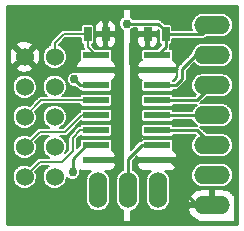
<source format=gtl>
G04 (created by PCBNEW-RS274X (2010-03-14)-final) date vie 11 nov 2011 19:20:16 ART*
G01*
G70*
G90*
%MOIN*%
G04 Gerber Fmt 3.4, Leading zero omitted, Abs format*
%FSLAX34Y34*%
G04 APERTURE LIST*
%ADD10C,0.000100*%
%ADD11C,0.015000*%
%ADD12R,0.086600X0.023600*%
%ADD13C,0.060000*%
%ADD14O,0.060000X0.120000*%
%ADD15O,0.120000X0.060000*%
%ADD16R,0.025000X0.045000*%
%ADD17C,0.029800*%
%ADD18C,0.006900*%
%ADD19C,0.010000*%
G04 APERTURE END LIST*
G54D10*
G54D11*
X67850Y-62400D02*
X67850Y-55200D01*
X75450Y-62400D02*
X67850Y-62400D01*
X75450Y-55200D02*
X75450Y-62400D01*
X67850Y-55200D02*
X75450Y-55200D01*
G54D12*
X70777Y-56800D03*
X70777Y-57300D03*
X70777Y-57800D03*
X70777Y-58300D03*
X70777Y-58800D03*
X70777Y-59300D03*
X70777Y-59800D03*
X70777Y-60300D03*
X72823Y-60300D03*
X72823Y-59800D03*
X72823Y-59300D03*
X72823Y-58800D03*
X72823Y-58300D03*
X72823Y-57800D03*
X72823Y-57300D03*
X72823Y-56800D03*
G54D13*
X69400Y-56850D03*
X68400Y-56850D03*
X69400Y-57850D03*
X68400Y-57850D03*
X69400Y-58850D03*
X68400Y-58850D03*
X69400Y-59850D03*
X68400Y-59850D03*
X69400Y-60850D03*
X68400Y-60850D03*
G54D14*
X72850Y-61300D03*
X71850Y-61300D03*
X70850Y-61300D03*
G54D15*
X74650Y-55800D03*
X74650Y-56800D03*
X74650Y-57800D03*
X74650Y-58800D03*
X74650Y-59800D03*
X74650Y-60800D03*
X74650Y-61800D03*
G54D16*
X73100Y-56100D03*
X72500Y-56100D03*
X71100Y-56100D03*
X70500Y-56100D03*
G54D17*
X73700Y-60750D03*
X72100Y-57300D03*
X70000Y-60700D03*
X70050Y-57600D03*
X71800Y-55750D03*
G54D18*
X71450Y-57300D02*
X71550Y-57400D01*
X71550Y-57400D02*
X71550Y-60050D01*
X70777Y-60300D02*
X71300Y-60300D01*
X71300Y-60300D02*
X71550Y-60050D01*
X71600Y-57100D02*
X71600Y-57150D01*
X71600Y-57150D02*
X71475Y-57275D01*
X71475Y-57275D02*
X71450Y-57300D01*
X71400Y-57300D02*
X71450Y-57300D01*
X70777Y-57300D02*
X68850Y-57300D01*
X68850Y-57300D02*
X68400Y-56850D01*
X71100Y-56100D02*
X71350Y-56100D01*
X71400Y-57300D02*
X70777Y-57300D01*
X71600Y-56350D02*
X71600Y-57100D01*
X71350Y-56100D02*
X71600Y-56350D01*
G54D19*
X72100Y-57300D02*
X72300Y-57300D01*
X72823Y-60300D02*
X73250Y-60300D01*
X73250Y-60300D02*
X73700Y-60750D01*
X74150Y-61800D02*
X74650Y-61800D01*
X73700Y-60750D02*
X73700Y-61350D01*
X73700Y-61350D02*
X74150Y-61800D01*
X72823Y-57300D02*
X72300Y-57300D01*
X72300Y-57300D02*
X72100Y-57300D01*
X72100Y-57300D02*
X72000Y-57200D01*
X72000Y-57200D02*
X71900Y-57100D01*
X71900Y-57100D02*
X71900Y-56400D01*
X71900Y-56400D02*
X72200Y-56100D01*
X72200Y-56100D02*
X72500Y-56100D01*
X72823Y-58300D02*
X74150Y-58300D01*
X74150Y-58300D02*
X74650Y-57800D01*
X72823Y-59300D02*
X74150Y-59300D01*
X74150Y-59300D02*
X74650Y-59800D01*
X72823Y-58800D02*
X74650Y-58800D01*
X74650Y-56800D02*
X74100Y-56800D01*
X73450Y-57800D02*
X72823Y-57800D01*
X73650Y-57600D02*
X73450Y-57800D01*
X73650Y-57250D02*
X73650Y-57600D01*
X74100Y-56800D02*
X73650Y-57250D01*
X70777Y-59800D02*
X70450Y-59800D01*
X70000Y-60250D02*
X70000Y-60700D01*
X70450Y-59800D02*
X70000Y-60250D01*
X72823Y-59800D02*
X72300Y-59800D01*
X71850Y-60250D02*
X71850Y-61300D01*
X72300Y-59800D02*
X71850Y-60250D01*
G54D18*
X70777Y-58800D02*
X70300Y-58800D01*
X68900Y-59350D02*
X68400Y-59850D01*
X69750Y-59350D02*
X68900Y-59350D01*
X70300Y-58800D02*
X69750Y-59350D01*
G54D19*
X70777Y-57800D02*
X70250Y-57800D01*
X70250Y-57800D02*
X70050Y-57600D01*
G54D18*
X70777Y-58300D02*
X68950Y-58300D01*
X68950Y-58300D02*
X68400Y-58850D01*
X70777Y-59300D02*
X70250Y-59300D01*
X68900Y-60350D02*
X68400Y-60850D01*
X69650Y-60350D02*
X68900Y-60350D01*
X70000Y-60000D02*
X69650Y-60350D01*
X70000Y-59550D02*
X70000Y-60000D01*
X70250Y-59300D02*
X70000Y-59550D01*
X70500Y-56100D02*
X70500Y-56523D01*
X70500Y-56523D02*
X70777Y-56800D01*
X69400Y-56850D02*
X69400Y-56400D01*
X69700Y-56100D02*
X70500Y-56100D01*
X69400Y-56400D02*
X69700Y-56100D01*
G54D19*
X73100Y-56100D02*
X73100Y-56000D01*
X72850Y-55750D02*
X71800Y-55750D01*
X73100Y-56000D02*
X72850Y-55750D01*
X73100Y-56100D02*
X74350Y-56100D01*
G54D18*
X74350Y-56100D02*
X74650Y-55800D01*
G54D19*
X73100Y-56100D02*
X73100Y-56523D01*
X73100Y-56523D02*
X72823Y-56800D01*
G54D18*
X67934Y-55284D02*
X71665Y-55284D01*
X67934Y-55340D02*
X71665Y-55340D01*
X67934Y-55396D02*
X71665Y-55396D01*
X67934Y-55452D02*
X71665Y-55452D01*
X67934Y-55508D02*
X71665Y-55508D01*
X67934Y-55564D02*
X71631Y-55564D01*
X67934Y-55620D02*
X71583Y-55620D01*
X67934Y-55676D02*
X70846Y-55676D01*
X71015Y-55676D02*
X71185Y-55676D01*
X71355Y-55676D02*
X71559Y-55676D01*
X67934Y-55732D02*
X70789Y-55732D01*
X71038Y-55732D02*
X71162Y-55732D01*
X71412Y-55732D02*
X71549Y-55732D01*
X67934Y-55788D02*
X70316Y-55788D01*
X70684Y-55788D02*
X70759Y-55788D01*
X71038Y-55788D02*
X71162Y-55788D01*
X71442Y-55788D02*
X71549Y-55788D01*
X67934Y-55844D02*
X70277Y-55844D01*
X70724Y-55844D02*
X70742Y-55844D01*
X71038Y-55844D02*
X71162Y-55844D01*
X71458Y-55844D02*
X71567Y-55844D01*
X67934Y-55900D02*
X70272Y-55900D01*
X70728Y-55900D02*
X70742Y-55900D01*
X71038Y-55900D02*
X71162Y-55900D01*
X71458Y-55900D02*
X71595Y-55900D01*
X67934Y-55956D02*
X70272Y-55956D01*
X70728Y-55956D02*
X70742Y-55956D01*
X71038Y-55956D02*
X71162Y-55956D01*
X71459Y-55956D02*
X71651Y-55956D01*
X67934Y-56012D02*
X69594Y-56012D01*
X70728Y-56012D02*
X70776Y-56012D01*
X71038Y-56012D02*
X71162Y-56012D01*
X71424Y-56012D02*
X71665Y-56012D01*
X67934Y-56068D02*
X69538Y-56068D01*
X70728Y-56068D02*
X71665Y-56068D01*
X67934Y-56124D02*
X69482Y-56124D01*
X70728Y-56124D02*
X71665Y-56124D01*
X67934Y-56180D02*
X69426Y-56180D01*
X70728Y-56180D02*
X70784Y-56180D01*
X71038Y-56180D02*
X71162Y-56180D01*
X71416Y-56180D02*
X71665Y-56180D01*
X67934Y-56236D02*
X69370Y-56236D01*
X70728Y-56236D02*
X70741Y-56236D01*
X71038Y-56236D02*
X71162Y-56236D01*
X71458Y-56236D02*
X71665Y-56236D01*
X67934Y-56292D02*
X69314Y-56292D01*
X69701Y-56292D02*
X70272Y-56292D01*
X70728Y-56292D02*
X70742Y-56292D01*
X71038Y-56292D02*
X71162Y-56292D01*
X71458Y-56292D02*
X71665Y-56292D01*
X67934Y-56348D02*
X68227Y-56348D01*
X68549Y-56348D02*
X69273Y-56348D01*
X69645Y-56348D02*
X70273Y-56348D01*
X70727Y-56348D02*
X70742Y-56348D01*
X71038Y-56348D02*
X71162Y-56348D01*
X71458Y-56348D02*
X71665Y-56348D01*
X67934Y-56404D02*
X68135Y-56404D01*
X68666Y-56404D02*
X69263Y-56404D01*
X69589Y-56404D02*
X70308Y-56404D01*
X70692Y-56404D02*
X70755Y-56404D01*
X71038Y-56404D02*
X71162Y-56404D01*
X71444Y-56404D02*
X71665Y-56404D01*
X67934Y-56460D02*
X68117Y-56460D01*
X68684Y-56460D02*
X69263Y-56460D01*
X69537Y-56460D02*
X70363Y-56460D01*
X70637Y-56460D02*
X70780Y-56460D01*
X71038Y-56460D02*
X71162Y-56460D01*
X71419Y-56460D02*
X71665Y-56460D01*
X67934Y-56516D02*
X68158Y-56516D01*
X68642Y-56516D02*
X69165Y-56516D01*
X69635Y-56516D02*
X70363Y-56516D01*
X70687Y-56516D02*
X70836Y-56516D01*
X71023Y-56516D02*
X71177Y-56516D01*
X71363Y-56516D02*
X71665Y-56516D01*
X67934Y-56572D02*
X67992Y-56572D01*
X68030Y-56572D02*
X68214Y-56572D01*
X68586Y-56572D02*
X68770Y-56572D01*
X68808Y-56572D02*
X69109Y-56572D01*
X69691Y-56572D02*
X70372Y-56572D01*
X70743Y-56572D02*
X71665Y-56572D01*
X68086Y-56628D02*
X68270Y-56628D01*
X68530Y-56628D02*
X68714Y-56628D01*
X68883Y-56628D02*
X69057Y-56628D01*
X69744Y-56628D02*
X70255Y-56628D01*
X71300Y-56628D02*
X71665Y-56628D01*
X68142Y-56684D02*
X68326Y-56684D01*
X68474Y-56684D02*
X68658Y-56684D01*
X68906Y-56684D02*
X69034Y-56684D01*
X69767Y-56684D02*
X70241Y-56684D01*
X71313Y-56684D02*
X71665Y-56684D01*
X68198Y-56740D02*
X68382Y-56740D01*
X68418Y-56740D02*
X68602Y-56740D01*
X68917Y-56740D02*
X69011Y-56740D01*
X69790Y-56740D02*
X70241Y-56740D01*
X71313Y-56740D02*
X71665Y-56740D01*
X68254Y-56796D02*
X68546Y-56796D01*
X68921Y-56796D02*
X68998Y-56796D01*
X69802Y-56796D02*
X70241Y-56796D01*
X71313Y-56796D02*
X71665Y-56796D01*
X68306Y-56852D02*
X68494Y-56852D01*
X68926Y-56852D02*
X68998Y-56852D01*
X69802Y-56852D02*
X70241Y-56852D01*
X71313Y-56852D02*
X71665Y-56852D01*
X68250Y-56908D02*
X68550Y-56908D01*
X68930Y-56908D02*
X68998Y-56908D01*
X69802Y-56908D02*
X70241Y-56908D01*
X71313Y-56908D02*
X71665Y-56908D01*
X68194Y-56964D02*
X68378Y-56964D01*
X68422Y-56964D02*
X68606Y-56964D01*
X68913Y-56964D02*
X69012Y-56964D01*
X69787Y-56964D02*
X70250Y-56964D01*
X71301Y-56964D02*
X71665Y-56964D01*
X68138Y-57020D02*
X68322Y-57020D01*
X68478Y-57020D02*
X68662Y-57020D01*
X68895Y-57020D02*
X69035Y-57020D01*
X69764Y-57020D02*
X70177Y-57020D01*
X71378Y-57020D02*
X71665Y-57020D01*
X68082Y-57076D02*
X68266Y-57076D01*
X68534Y-57076D02*
X68718Y-57076D01*
X68877Y-57076D02*
X69058Y-57076D01*
X69741Y-57076D02*
X70136Y-57076D01*
X71419Y-57076D02*
X71665Y-57076D01*
X67934Y-57132D02*
X68005Y-57132D01*
X68026Y-57132D02*
X68210Y-57132D01*
X68590Y-57132D02*
X68774Y-57132D01*
X68794Y-57132D02*
X69113Y-57132D01*
X69687Y-57132D02*
X70113Y-57132D01*
X71442Y-57132D02*
X71665Y-57132D01*
X67934Y-57188D02*
X68154Y-57188D01*
X68646Y-57188D02*
X69169Y-57188D01*
X69631Y-57188D02*
X70115Y-57188D01*
X71439Y-57188D02*
X71665Y-57188D01*
X67934Y-57244D02*
X68117Y-57244D01*
X68682Y-57244D02*
X69300Y-57244D01*
X69499Y-57244D02*
X71665Y-57244D01*
X67934Y-57300D02*
X68135Y-57300D01*
X68664Y-57300D02*
X71665Y-57300D01*
X67934Y-57356D02*
X68263Y-57356D01*
X68564Y-57356D02*
X69984Y-57356D01*
X70118Y-57356D02*
X71665Y-57356D01*
X67934Y-57412D02*
X69883Y-57412D01*
X71439Y-57412D02*
X71665Y-57412D01*
X67934Y-57468D02*
X68272Y-57468D01*
X68529Y-57468D02*
X69272Y-57468D01*
X69529Y-57468D02*
X69833Y-57468D01*
X71441Y-57468D02*
X71665Y-57468D01*
X67934Y-57524D02*
X68157Y-57524D01*
X68643Y-57524D02*
X69157Y-57524D01*
X69643Y-57524D02*
X69810Y-57524D01*
X71418Y-57524D02*
X71665Y-57524D01*
X67934Y-57580D02*
X68101Y-57580D01*
X68699Y-57580D02*
X69101Y-57580D01*
X69699Y-57580D02*
X69799Y-57580D01*
X71377Y-57580D02*
X71665Y-57580D01*
X67934Y-57636D02*
X68054Y-57636D01*
X68747Y-57636D02*
X69054Y-57636D01*
X69747Y-57636D02*
X69799Y-57636D01*
X71303Y-57636D02*
X71665Y-57636D01*
X67934Y-57692D02*
X68031Y-57692D01*
X68770Y-57692D02*
X69031Y-57692D01*
X69770Y-57692D02*
X69816Y-57692D01*
X71313Y-57692D02*
X71665Y-57692D01*
X67934Y-57748D02*
X68008Y-57748D01*
X68793Y-57748D02*
X69008Y-57748D01*
X69793Y-57748D02*
X69843Y-57748D01*
X71313Y-57748D02*
X71665Y-57748D01*
X67934Y-57804D02*
X67998Y-57804D01*
X68802Y-57804D02*
X68998Y-57804D01*
X69802Y-57804D02*
X69899Y-57804D01*
X71313Y-57804D02*
X71665Y-57804D01*
X67934Y-57860D02*
X67998Y-57860D01*
X68802Y-57860D02*
X68998Y-57860D01*
X69802Y-57860D02*
X70093Y-57860D01*
X71313Y-57860D02*
X71665Y-57860D01*
X67934Y-57916D02*
X67998Y-57916D01*
X68802Y-57916D02*
X68998Y-57916D01*
X69802Y-57916D02*
X70153Y-57916D01*
X71313Y-57916D02*
X71665Y-57916D01*
X67934Y-57972D02*
X68015Y-57972D01*
X68784Y-57972D02*
X69015Y-57972D01*
X69784Y-57972D02*
X70254Y-57972D01*
X71299Y-57972D02*
X71665Y-57972D01*
X67934Y-58028D02*
X68038Y-58028D01*
X68761Y-58028D02*
X69038Y-58028D01*
X69761Y-58028D02*
X71665Y-58028D01*
X67934Y-58084D02*
X68065Y-58084D01*
X68735Y-58084D02*
X69065Y-58084D01*
X69735Y-58084D02*
X70311Y-58084D01*
X71243Y-58084D02*
X71665Y-58084D01*
X67934Y-58140D02*
X68121Y-58140D01*
X68679Y-58140D02*
X69121Y-58140D01*
X69679Y-58140D02*
X70250Y-58140D01*
X71305Y-58140D02*
X71665Y-58140D01*
X67934Y-58196D02*
X68184Y-58196D01*
X68615Y-58196D02*
X68864Y-58196D01*
X71313Y-58196D02*
X71665Y-58196D01*
X67934Y-58252D02*
X68804Y-58252D01*
X71313Y-58252D02*
X71665Y-58252D01*
X67934Y-58308D02*
X68748Y-58308D01*
X71313Y-58308D02*
X71665Y-58308D01*
X67934Y-58364D02*
X68692Y-58364D01*
X71313Y-58364D02*
X71665Y-58364D01*
X67934Y-58420D02*
X68636Y-58420D01*
X71313Y-58420D02*
X71665Y-58420D01*
X67934Y-58476D02*
X68253Y-58476D01*
X68549Y-58476D02*
X68580Y-58476D01*
X68967Y-58476D02*
X69253Y-58476D01*
X69548Y-58476D02*
X70256Y-58476D01*
X71297Y-58476D02*
X71665Y-58476D01*
X67934Y-58532D02*
X68149Y-58532D01*
X68911Y-58532D02*
X69149Y-58532D01*
X69651Y-58532D02*
X71665Y-58532D01*
X67934Y-58588D02*
X68093Y-58588D01*
X68855Y-58588D02*
X69093Y-58588D01*
X69707Y-58588D02*
X70302Y-58588D01*
X71253Y-58588D02*
X71665Y-58588D01*
X67934Y-58644D02*
X68050Y-58644D01*
X68799Y-58644D02*
X69050Y-58644D01*
X69751Y-58644D02*
X70249Y-58644D01*
X71306Y-58644D02*
X71665Y-58644D01*
X67934Y-58700D02*
X68027Y-58700D01*
X68773Y-58700D02*
X69027Y-58700D01*
X69774Y-58700D02*
X70208Y-58700D01*
X71313Y-58700D02*
X71665Y-58700D01*
X67934Y-58756D02*
X68004Y-58756D01*
X68797Y-58756D02*
X69004Y-58756D01*
X69797Y-58756D02*
X70150Y-58756D01*
X71313Y-58756D02*
X71665Y-58756D01*
X67934Y-58812D02*
X67998Y-58812D01*
X68802Y-58812D02*
X68998Y-58812D01*
X69802Y-58812D02*
X70094Y-58812D01*
X71313Y-58812D02*
X71665Y-58812D01*
X67934Y-58868D02*
X67998Y-58868D01*
X68802Y-58868D02*
X68998Y-58868D01*
X69802Y-58868D02*
X70038Y-58868D01*
X71313Y-58868D02*
X71665Y-58868D01*
X67934Y-58924D02*
X67998Y-58924D01*
X68802Y-58924D02*
X68998Y-58924D01*
X69802Y-58924D02*
X69982Y-58924D01*
X71313Y-58924D02*
X71665Y-58924D01*
X67934Y-58980D02*
X68018Y-58980D01*
X68781Y-58980D02*
X69018Y-58980D01*
X69781Y-58980D02*
X69926Y-58980D01*
X71294Y-58980D02*
X71665Y-58980D01*
X67934Y-59036D02*
X68041Y-59036D01*
X68758Y-59036D02*
X69041Y-59036D01*
X69758Y-59036D02*
X69870Y-59036D01*
X70256Y-59036D02*
X71665Y-59036D01*
X67934Y-59092D02*
X68073Y-59092D01*
X68727Y-59092D02*
X69073Y-59092D01*
X69727Y-59092D02*
X69814Y-59092D01*
X70200Y-59092D02*
X70292Y-59092D01*
X71262Y-59092D02*
X71665Y-59092D01*
X67934Y-59148D02*
X68129Y-59148D01*
X68671Y-59148D02*
X69129Y-59148D01*
X69671Y-59148D02*
X69758Y-59148D01*
X70144Y-59148D02*
X70247Y-59148D01*
X71308Y-59148D02*
X71665Y-59148D01*
X67934Y-59204D02*
X68203Y-59204D01*
X68596Y-59204D02*
X69203Y-59204D01*
X69596Y-59204D02*
X69702Y-59204D01*
X70088Y-59204D02*
X70152Y-59204D01*
X71313Y-59204D02*
X71665Y-59204D01*
X67934Y-59260D02*
X68795Y-59260D01*
X70033Y-59260D02*
X70096Y-59260D01*
X71313Y-59260D02*
X71665Y-59260D01*
X67934Y-59316D02*
X68739Y-59316D01*
X69977Y-59316D02*
X70040Y-59316D01*
X71313Y-59316D02*
X71665Y-59316D01*
X67934Y-59372D02*
X68683Y-59372D01*
X69921Y-59372D02*
X69984Y-59372D01*
X71313Y-59372D02*
X71665Y-59372D01*
X67934Y-59428D02*
X68627Y-59428D01*
X69865Y-59428D02*
X69928Y-59428D01*
X71313Y-59428D02*
X71665Y-59428D01*
X67934Y-59484D02*
X68233Y-59484D01*
X68568Y-59484D02*
X68571Y-59484D01*
X69765Y-59484D02*
X69882Y-59484D01*
X70258Y-59484D02*
X70264Y-59484D01*
X71290Y-59484D02*
X71665Y-59484D01*
X67934Y-59540D02*
X68141Y-59540D01*
X68903Y-59540D02*
X69141Y-59540D01*
X69659Y-59540D02*
X69865Y-59540D01*
X70202Y-59540D02*
X71665Y-59540D01*
X67934Y-59596D02*
X68085Y-59596D01*
X68847Y-59596D02*
X69085Y-59596D01*
X69715Y-59596D02*
X69863Y-59596D01*
X70146Y-59596D02*
X70284Y-59596D01*
X71270Y-59596D02*
X71665Y-59596D01*
X67934Y-59652D02*
X68047Y-59652D01*
X68791Y-59652D02*
X69047Y-59652D01*
X69754Y-59652D02*
X69863Y-59652D01*
X70137Y-59652D02*
X70245Y-59652D01*
X71310Y-59652D02*
X71665Y-59652D01*
X67934Y-59708D02*
X68024Y-59708D01*
X68777Y-59708D02*
X69024Y-59708D01*
X69777Y-59708D02*
X69863Y-59708D01*
X70137Y-59708D02*
X70241Y-59708D01*
X71313Y-59708D02*
X71665Y-59708D01*
X67934Y-59764D02*
X68001Y-59764D01*
X68800Y-59764D02*
X69001Y-59764D01*
X69800Y-59764D02*
X69863Y-59764D01*
X70137Y-59764D02*
X70241Y-59764D01*
X71313Y-59764D02*
X71665Y-59764D01*
X67934Y-59820D02*
X67998Y-59820D01*
X68802Y-59820D02*
X68998Y-59820D01*
X69802Y-59820D02*
X69863Y-59820D01*
X70137Y-59820D02*
X70214Y-59820D01*
X71313Y-59820D02*
X71665Y-59820D01*
X67934Y-59876D02*
X67998Y-59876D01*
X68802Y-59876D02*
X68998Y-59876D01*
X69802Y-59876D02*
X69863Y-59876D01*
X70137Y-59876D02*
X70158Y-59876D01*
X71313Y-59876D02*
X71665Y-59876D01*
X67934Y-59932D02*
X67998Y-59932D01*
X68801Y-59932D02*
X68998Y-59932D01*
X69801Y-59932D02*
X69863Y-59932D01*
X71313Y-59932D02*
X71665Y-59932D01*
X67934Y-59988D02*
X68021Y-59988D01*
X68778Y-59988D02*
X69021Y-59988D01*
X69777Y-59988D02*
X69818Y-59988D01*
X71346Y-59988D02*
X71665Y-59988D01*
X67934Y-60044D02*
X68044Y-60044D01*
X68755Y-60044D02*
X69044Y-60044D01*
X69754Y-60044D02*
X69762Y-60044D01*
X71402Y-60044D02*
X71665Y-60044D01*
X67934Y-60100D02*
X68081Y-60100D01*
X68719Y-60100D02*
X69081Y-60100D01*
X71429Y-60100D02*
X71665Y-60100D01*
X67934Y-60156D02*
X68137Y-60156D01*
X68663Y-60156D02*
X69137Y-60156D01*
X71444Y-60156D02*
X71665Y-60156D01*
X67934Y-60212D02*
X68222Y-60212D01*
X68577Y-60212D02*
X69222Y-60212D01*
X71415Y-60212D02*
X71665Y-60212D01*
X67934Y-60268D02*
X68787Y-60268D01*
X70712Y-60268D02*
X71665Y-60268D01*
X67934Y-60324D02*
X68731Y-60324D01*
X70712Y-60324D02*
X71665Y-60324D01*
X67934Y-60380D02*
X68675Y-60380D01*
X71407Y-60380D02*
X71665Y-60380D01*
X67934Y-60436D02*
X68619Y-60436D01*
X71443Y-60436D02*
X71665Y-60436D01*
X67934Y-60492D02*
X68214Y-60492D01*
X68951Y-60492D02*
X69213Y-60492D01*
X71431Y-60492D02*
X71665Y-60492D01*
X67934Y-60548D02*
X68133Y-60548D01*
X68895Y-60548D02*
X69133Y-60548D01*
X71408Y-60548D02*
X71665Y-60548D01*
X67934Y-60604D02*
X68077Y-60604D01*
X68839Y-60604D02*
X69077Y-60604D01*
X71353Y-60604D02*
X71665Y-60604D01*
X67934Y-60660D02*
X68044Y-60660D01*
X68783Y-60660D02*
X69044Y-60660D01*
X70251Y-60660D02*
X70619Y-60660D01*
X71081Y-60660D02*
X71619Y-60660D01*
X67934Y-60716D02*
X68021Y-60716D01*
X68780Y-60716D02*
X69021Y-60716D01*
X70251Y-60716D02*
X70563Y-60716D01*
X71137Y-60716D02*
X71563Y-60716D01*
X67934Y-60772D02*
X67998Y-60772D01*
X68802Y-60772D02*
X68998Y-60772D01*
X70241Y-60772D02*
X70513Y-60772D01*
X71189Y-60772D02*
X71513Y-60772D01*
X67934Y-60828D02*
X67998Y-60828D01*
X68802Y-60828D02*
X68998Y-60828D01*
X70218Y-60828D02*
X70489Y-60828D01*
X71212Y-60828D02*
X71489Y-60828D01*
X67934Y-60884D02*
X67998Y-60884D01*
X68802Y-60884D02*
X68998Y-60884D01*
X69802Y-60884D02*
X69829Y-60884D01*
X70171Y-60884D02*
X70466Y-60884D01*
X71235Y-60884D02*
X71466Y-60884D01*
X67934Y-60940D02*
X68002Y-60940D01*
X68797Y-60940D02*
X69002Y-60940D01*
X69797Y-60940D02*
X69923Y-60940D01*
X70076Y-60940D02*
X70455Y-60940D01*
X71245Y-60940D02*
X71455Y-60940D01*
X67934Y-60996D02*
X68025Y-60996D01*
X68774Y-60996D02*
X69025Y-60996D01*
X69774Y-60996D02*
X70455Y-60996D01*
X71245Y-60996D02*
X71455Y-60996D01*
X67934Y-61052D02*
X68048Y-61052D01*
X68751Y-61052D02*
X69048Y-61052D01*
X69751Y-61052D02*
X70455Y-61052D01*
X71245Y-61052D02*
X71455Y-61052D01*
X67934Y-61108D02*
X68089Y-61108D01*
X68711Y-61108D02*
X69089Y-61108D01*
X69711Y-61108D02*
X70455Y-61108D01*
X71245Y-61108D02*
X71455Y-61108D01*
X67934Y-61164D02*
X68145Y-61164D01*
X68655Y-61164D02*
X69145Y-61164D01*
X69655Y-61164D02*
X70455Y-61164D01*
X71245Y-61164D02*
X71455Y-61164D01*
X67934Y-61220D02*
X68242Y-61220D01*
X68557Y-61220D02*
X69242Y-61220D01*
X69557Y-61220D02*
X70455Y-61220D01*
X71245Y-61220D02*
X71455Y-61220D01*
X67934Y-61276D02*
X70455Y-61276D01*
X71245Y-61276D02*
X71455Y-61276D01*
X67934Y-61332D02*
X70455Y-61332D01*
X71245Y-61332D02*
X71455Y-61332D01*
X67934Y-61388D02*
X70455Y-61388D01*
X71245Y-61388D02*
X71455Y-61388D01*
X67934Y-61444D02*
X70455Y-61444D01*
X71245Y-61444D02*
X71455Y-61444D01*
X67934Y-61500D02*
X70455Y-61500D01*
X71245Y-61500D02*
X71455Y-61500D01*
X67934Y-61556D02*
X70455Y-61556D01*
X71245Y-61556D02*
X71455Y-61556D01*
X67934Y-61612D02*
X70455Y-61612D01*
X71245Y-61612D02*
X71455Y-61612D01*
X67934Y-61668D02*
X70455Y-61668D01*
X71245Y-61668D02*
X71455Y-61668D01*
X67934Y-61724D02*
X70468Y-61724D01*
X71231Y-61724D02*
X71468Y-61724D01*
X67934Y-61780D02*
X70491Y-61780D01*
X71207Y-61780D02*
X71491Y-61780D01*
X67934Y-61836D02*
X70515Y-61836D01*
X71184Y-61836D02*
X71515Y-61836D01*
X67934Y-61892D02*
X70571Y-61892D01*
X71129Y-61892D02*
X71571Y-61892D01*
X67934Y-61948D02*
X70628Y-61948D01*
X71073Y-61948D02*
X71628Y-61948D01*
X67934Y-62004D02*
X70761Y-62004D01*
X70937Y-62004D02*
X71665Y-62004D01*
X67934Y-62060D02*
X71665Y-62060D01*
X67934Y-62116D02*
X71665Y-62116D01*
X67934Y-62172D02*
X71665Y-62172D01*
X67934Y-62228D02*
X71665Y-62228D01*
X67934Y-62284D02*
X71665Y-62284D01*
X71665Y-62315D02*
X71665Y-61963D01*
X71626Y-61947D01*
X71515Y-61836D01*
X71455Y-61691D01*
X71455Y-60908D01*
X71516Y-60763D01*
X71627Y-60652D01*
X71665Y-60636D01*
X71665Y-55965D01*
X71658Y-55963D01*
X71587Y-55892D01*
X71549Y-55800D01*
X71549Y-55700D01*
X71587Y-55608D01*
X71658Y-55537D01*
X71665Y-55534D01*
X71665Y-55284D01*
X67934Y-55284D01*
X67934Y-56590D01*
X68021Y-56563D01*
X68308Y-56850D01*
X68021Y-57137D01*
X67934Y-57109D01*
X67934Y-62315D01*
X70771Y-62315D01*
X70771Y-62008D01*
X70626Y-61947D01*
X70515Y-61836D01*
X70455Y-61691D01*
X70455Y-60908D01*
X70516Y-60763D01*
X70627Y-60652D01*
X70627Y-60651D01*
X70297Y-60651D01*
X70241Y-60627D01*
X70251Y-60650D01*
X70251Y-60750D01*
X70213Y-60842D01*
X70142Y-60913D01*
X70050Y-60951D01*
X69950Y-60951D01*
X69858Y-60913D01*
X69802Y-60857D01*
X69802Y-60930D01*
X69741Y-61078D01*
X69628Y-61191D01*
X69480Y-61252D01*
X69320Y-61252D01*
X69172Y-61191D01*
X69059Y-61078D01*
X68998Y-60930D01*
X68998Y-60770D01*
X69059Y-60622D01*
X69172Y-60509D01*
X69225Y-60487D01*
X68957Y-60487D01*
X68764Y-60679D01*
X68802Y-60770D01*
X68802Y-60930D01*
X68741Y-61078D01*
X68628Y-61191D01*
X68480Y-61252D01*
X68320Y-61252D01*
X68172Y-61191D01*
X68059Y-61078D01*
X67998Y-60930D01*
X67998Y-60770D01*
X68059Y-60622D01*
X68172Y-60509D01*
X68320Y-60448D01*
X68480Y-60448D01*
X68570Y-60485D01*
X68802Y-60253D01*
X68848Y-60223D01*
X68900Y-60213D01*
X69225Y-60213D01*
X69172Y-60191D01*
X69059Y-60078D01*
X68998Y-59930D01*
X68998Y-59770D01*
X69059Y-59622D01*
X69172Y-59509D01*
X69225Y-59487D01*
X68956Y-59487D01*
X68764Y-59679D01*
X68802Y-59770D01*
X68802Y-59930D01*
X68741Y-60078D01*
X68628Y-60191D01*
X68480Y-60252D01*
X68320Y-60252D01*
X68172Y-60191D01*
X68059Y-60078D01*
X67998Y-59930D01*
X67998Y-59770D01*
X68059Y-59622D01*
X68172Y-59509D01*
X68320Y-59448D01*
X68320Y-59252D01*
X68172Y-59191D01*
X68059Y-59078D01*
X67998Y-58930D01*
X67998Y-58770D01*
X68059Y-58622D01*
X68172Y-58509D01*
X68320Y-58448D01*
X68320Y-58252D01*
X68172Y-58191D01*
X68059Y-58078D01*
X67998Y-57930D01*
X67998Y-57770D01*
X68059Y-57622D01*
X68172Y-57509D01*
X68320Y-57448D01*
X68339Y-57448D01*
X68339Y-57380D01*
X68141Y-57317D01*
X68113Y-57229D01*
X68400Y-56942D01*
X68400Y-56758D01*
X68113Y-56471D01*
X68141Y-56383D01*
X68253Y-56337D01*
X68461Y-56320D01*
X68659Y-56383D01*
X68687Y-56471D01*
X68400Y-56758D01*
X68400Y-56942D01*
X68687Y-57229D01*
X68659Y-57317D01*
X68547Y-57363D01*
X68339Y-57380D01*
X68339Y-57448D01*
X68480Y-57448D01*
X68628Y-57509D01*
X68741Y-57622D01*
X68779Y-57714D01*
X68779Y-57137D01*
X68492Y-56850D01*
X68779Y-56563D01*
X68867Y-56591D01*
X68913Y-56703D01*
X68930Y-56911D01*
X68867Y-57109D01*
X68779Y-57137D01*
X68779Y-57714D01*
X68802Y-57770D01*
X68802Y-57930D01*
X68741Y-58078D01*
X68628Y-58191D01*
X68480Y-58252D01*
X68320Y-58252D01*
X68320Y-58448D01*
X68480Y-58448D01*
X68570Y-58485D01*
X68851Y-58205D01*
X68853Y-58203D01*
X68885Y-58181D01*
X68896Y-58174D01*
X68896Y-58173D01*
X68898Y-58173D01*
X68936Y-58165D01*
X68949Y-58163D01*
X69144Y-58163D01*
X69059Y-58078D01*
X68998Y-57930D01*
X68998Y-57770D01*
X69059Y-57622D01*
X69172Y-57509D01*
X69320Y-57448D01*
X69320Y-57252D01*
X69172Y-57191D01*
X69059Y-57078D01*
X68998Y-56930D01*
X68998Y-56770D01*
X69059Y-56622D01*
X69172Y-56509D01*
X69263Y-56471D01*
X69263Y-56400D01*
X69273Y-56347D01*
X69303Y-56303D01*
X69603Y-56003D01*
X69648Y-55973D01*
X69700Y-55963D01*
X70272Y-55963D01*
X70272Y-55854D01*
X70288Y-55816D01*
X70317Y-55787D01*
X70355Y-55772D01*
X70646Y-55772D01*
X70684Y-55788D01*
X70713Y-55817D01*
X70728Y-55855D01*
X70728Y-56346D01*
X70712Y-56384D01*
X70683Y-56413D01*
X70645Y-56428D01*
X70637Y-56428D01*
X70637Y-56466D01*
X70749Y-56579D01*
X70980Y-56579D01*
X70980Y-56559D01*
X70929Y-56558D01*
X70843Y-56523D01*
X70778Y-56457D01*
X70742Y-56372D01*
X70742Y-56279D01*
X70741Y-56223D01*
X70799Y-56165D01*
X70799Y-56035D01*
X70741Y-55977D01*
X70742Y-55921D01*
X70742Y-55828D01*
X70778Y-55743D01*
X70843Y-55677D01*
X70929Y-55642D01*
X70980Y-55641D01*
X71038Y-55699D01*
X71038Y-56035D01*
X70799Y-56035D01*
X70799Y-56165D01*
X71038Y-56165D01*
X71038Y-56501D01*
X70980Y-56559D01*
X70980Y-56579D01*
X71220Y-56579D01*
X71220Y-56559D01*
X71162Y-56501D01*
X71162Y-56165D01*
X71162Y-56035D01*
X71162Y-55699D01*
X71220Y-55641D01*
X71271Y-55642D01*
X71357Y-55677D01*
X71422Y-55743D01*
X71458Y-55828D01*
X71458Y-55921D01*
X71459Y-55977D01*
X71401Y-56035D01*
X71162Y-56035D01*
X71162Y-56165D01*
X71401Y-56165D01*
X71459Y-56223D01*
X71458Y-56279D01*
X71458Y-56372D01*
X71422Y-56457D01*
X71357Y-56523D01*
X71271Y-56558D01*
X71220Y-56559D01*
X71220Y-56579D01*
X71231Y-56579D01*
X71269Y-56595D01*
X71298Y-56624D01*
X71313Y-56662D01*
X71313Y-56939D01*
X71300Y-56967D01*
X71342Y-56985D01*
X71408Y-57050D01*
X71443Y-57136D01*
X71444Y-57183D01*
X71386Y-57241D01*
X70842Y-57241D01*
X70842Y-57235D01*
X70712Y-57235D01*
X70712Y-57241D01*
X70168Y-57241D01*
X70110Y-57183D01*
X70111Y-57136D01*
X70146Y-57050D01*
X70212Y-56985D01*
X70252Y-56967D01*
X70241Y-56938D01*
X70241Y-56661D01*
X70257Y-56623D01*
X70286Y-56594D01*
X70324Y-56579D01*
X70375Y-56579D01*
X70373Y-56576D01*
X70363Y-56523D01*
X70363Y-56428D01*
X70354Y-56428D01*
X70316Y-56412D01*
X70287Y-56383D01*
X70272Y-56345D01*
X70272Y-56237D01*
X69756Y-56237D01*
X69537Y-56457D01*
X69537Y-56471D01*
X69628Y-56509D01*
X69741Y-56622D01*
X69802Y-56770D01*
X69802Y-56930D01*
X69741Y-57078D01*
X69628Y-57191D01*
X69480Y-57252D01*
X69320Y-57252D01*
X69320Y-57448D01*
X69480Y-57448D01*
X69628Y-57509D01*
X69741Y-57622D01*
X69802Y-57770D01*
X69802Y-57930D01*
X69741Y-58078D01*
X69656Y-58163D01*
X70241Y-58163D01*
X70241Y-58161D01*
X70257Y-58123D01*
X70286Y-58094D01*
X70323Y-58079D01*
X70323Y-58021D01*
X70285Y-58005D01*
X70256Y-57976D01*
X70246Y-57952D01*
X70191Y-57941D01*
X70141Y-57908D01*
X70084Y-57851D01*
X70000Y-57851D01*
X69908Y-57813D01*
X69837Y-57742D01*
X69799Y-57650D01*
X69799Y-57550D01*
X69837Y-57458D01*
X69908Y-57387D01*
X70000Y-57349D01*
X70100Y-57349D01*
X70155Y-57371D01*
X70168Y-57359D01*
X70712Y-57359D01*
X70712Y-57365D01*
X70842Y-57365D01*
X70842Y-57359D01*
X71386Y-57359D01*
X71444Y-57417D01*
X71443Y-57464D01*
X71408Y-57550D01*
X71342Y-57615D01*
X71301Y-57632D01*
X71313Y-57662D01*
X71313Y-57939D01*
X71297Y-57977D01*
X71268Y-58006D01*
X71230Y-58021D01*
X70323Y-58021D01*
X70323Y-58079D01*
X71231Y-58079D01*
X71269Y-58095D01*
X71298Y-58124D01*
X71313Y-58162D01*
X71313Y-58439D01*
X71297Y-58477D01*
X71268Y-58506D01*
X71230Y-58521D01*
X70323Y-58521D01*
X70285Y-58505D01*
X70256Y-58476D01*
X70241Y-58438D01*
X70241Y-58437D01*
X69006Y-58437D01*
X68764Y-58679D01*
X68802Y-58770D01*
X68802Y-58930D01*
X68741Y-59078D01*
X68628Y-59191D01*
X68480Y-59252D01*
X68320Y-59252D01*
X68320Y-59448D01*
X68480Y-59448D01*
X68570Y-59485D01*
X68802Y-59253D01*
X68848Y-59223D01*
X68900Y-59213D01*
X69225Y-59213D01*
X69172Y-59191D01*
X69059Y-59078D01*
X68998Y-58930D01*
X68998Y-58770D01*
X69059Y-58622D01*
X69172Y-58509D01*
X69320Y-58448D01*
X69480Y-58448D01*
X69628Y-58509D01*
X69741Y-58622D01*
X69802Y-58770D01*
X69802Y-58930D01*
X69741Y-59078D01*
X69628Y-59191D01*
X69574Y-59213D01*
X69693Y-59213D01*
X70203Y-58703D01*
X70235Y-58681D01*
X70241Y-58677D01*
X70241Y-58661D01*
X70257Y-58623D01*
X70286Y-58594D01*
X70324Y-58579D01*
X71231Y-58579D01*
X71269Y-58595D01*
X71298Y-58624D01*
X71313Y-58662D01*
X71313Y-58939D01*
X71297Y-58977D01*
X71268Y-59006D01*
X71230Y-59021D01*
X70323Y-59021D01*
X70287Y-59005D01*
X69847Y-59447D01*
X69803Y-59477D01*
X69750Y-59487D01*
X69574Y-59487D01*
X69628Y-59509D01*
X69741Y-59622D01*
X69802Y-59770D01*
X69802Y-59930D01*
X69750Y-60055D01*
X69863Y-59943D01*
X69863Y-59550D01*
X69873Y-59497D01*
X69903Y-59453D01*
X70153Y-59203D01*
X70198Y-59173D01*
X70241Y-59164D01*
X70241Y-59161D01*
X70257Y-59123D01*
X70286Y-59094D01*
X70324Y-59079D01*
X71231Y-59079D01*
X71269Y-59095D01*
X71298Y-59124D01*
X71313Y-59162D01*
X71313Y-59439D01*
X71297Y-59477D01*
X71268Y-59506D01*
X71230Y-59521D01*
X70323Y-59521D01*
X70285Y-59505D01*
X70261Y-59481D01*
X70137Y-59606D01*
X70137Y-59897D01*
X70241Y-59793D01*
X70241Y-59661D01*
X70257Y-59623D01*
X70286Y-59594D01*
X70324Y-59579D01*
X71231Y-59579D01*
X71269Y-59595D01*
X71298Y-59624D01*
X71313Y-59662D01*
X71313Y-59939D01*
X71300Y-59967D01*
X71342Y-59985D01*
X71408Y-60050D01*
X71443Y-60136D01*
X71444Y-60183D01*
X71386Y-60241D01*
X70842Y-60241D01*
X70842Y-60235D01*
X70712Y-60235D01*
X70712Y-60241D01*
X70712Y-60359D01*
X70712Y-60365D01*
X70842Y-60365D01*
X70842Y-60359D01*
X71386Y-60359D01*
X71444Y-60417D01*
X71443Y-60464D01*
X71408Y-60550D01*
X71342Y-60615D01*
X71257Y-60651D01*
X71070Y-60651D01*
X71074Y-60653D01*
X71185Y-60764D01*
X71245Y-60909D01*
X71245Y-61692D01*
X71184Y-61837D01*
X71073Y-61948D01*
X70928Y-62008D01*
X70771Y-62008D01*
X70771Y-62315D01*
X71665Y-62315D01*
X71934Y-55284D02*
X75365Y-55284D01*
X71934Y-55340D02*
X75365Y-55340D01*
X71934Y-55396D02*
X75365Y-55396D01*
X71934Y-55452D02*
X74146Y-55452D01*
X75154Y-55452D02*
X75365Y-55452D01*
X71934Y-55508D02*
X74071Y-55508D01*
X75229Y-55508D02*
X75365Y-55508D01*
X71969Y-55564D02*
X74015Y-55564D01*
X75285Y-55564D02*
X75365Y-55564D01*
X72926Y-55620D02*
X73985Y-55620D01*
X75316Y-55620D02*
X75365Y-55620D01*
X72992Y-55676D02*
X73961Y-55676D01*
X75339Y-55676D02*
X75365Y-55676D01*
X73048Y-55732D02*
X73942Y-55732D01*
X75358Y-55732D02*
X75365Y-55732D01*
X73284Y-55788D02*
X73942Y-55788D01*
X75358Y-55788D02*
X75365Y-55788D01*
X73324Y-55844D02*
X73942Y-55844D01*
X75358Y-55844D02*
X75365Y-55844D01*
X73328Y-55900D02*
X73950Y-55900D01*
X75349Y-55900D02*
X75365Y-55900D01*
X71949Y-55956D02*
X72142Y-55956D01*
X75325Y-55956D02*
X75365Y-55956D01*
X71934Y-56012D02*
X72176Y-56012D01*
X72824Y-56012D02*
X72872Y-56012D01*
X75302Y-56012D02*
X75365Y-56012D01*
X71934Y-56068D02*
X72872Y-56068D01*
X75253Y-56068D02*
X75365Y-56068D01*
X71934Y-56124D02*
X72872Y-56124D01*
X75197Y-56124D02*
X75365Y-56124D01*
X71934Y-56180D02*
X72184Y-56180D01*
X72438Y-56180D02*
X72562Y-56180D01*
X72816Y-56180D02*
X72872Y-56180D01*
X75077Y-56180D02*
X75365Y-56180D01*
X71934Y-56236D02*
X72141Y-56236D01*
X72438Y-56236D02*
X72562Y-56236D01*
X72858Y-56236D02*
X72872Y-56236D01*
X74416Y-56236D02*
X75365Y-56236D01*
X71934Y-56292D02*
X72142Y-56292D01*
X72438Y-56292D02*
X72562Y-56292D01*
X72858Y-56292D02*
X72872Y-56292D01*
X73328Y-56292D02*
X75365Y-56292D01*
X71934Y-56348D02*
X72142Y-56348D01*
X72438Y-56348D02*
X72562Y-56348D01*
X72858Y-56348D02*
X72873Y-56348D01*
X73327Y-56348D02*
X75365Y-56348D01*
X71934Y-56404D02*
X72155Y-56404D01*
X72438Y-56404D02*
X72562Y-56404D01*
X72844Y-56404D02*
X72908Y-56404D01*
X73292Y-56404D02*
X75365Y-56404D01*
X71934Y-56460D02*
X72180Y-56460D01*
X72438Y-56460D02*
X72562Y-56460D01*
X72819Y-56460D02*
X72946Y-56460D01*
X73253Y-56460D02*
X74127Y-56460D01*
X75173Y-56460D02*
X75365Y-56460D01*
X71934Y-56516D02*
X72236Y-56516D01*
X72423Y-56516D02*
X72577Y-56516D01*
X72763Y-56516D02*
X72890Y-56516D01*
X73253Y-56516D02*
X74063Y-56516D01*
X75237Y-56516D02*
X75365Y-56516D01*
X71934Y-56572D02*
X72834Y-56572D01*
X73242Y-56572D02*
X74007Y-56572D01*
X75293Y-56572D02*
X75365Y-56572D01*
X71934Y-56628D02*
X72301Y-56628D01*
X73346Y-56628D02*
X73982Y-56628D01*
X75320Y-56628D02*
X75365Y-56628D01*
X71934Y-56684D02*
X72287Y-56684D01*
X73359Y-56684D02*
X73958Y-56684D01*
X75343Y-56684D02*
X75365Y-56684D01*
X71934Y-56740D02*
X72287Y-56740D01*
X73359Y-56740D02*
X73942Y-56740D01*
X75358Y-56740D02*
X75365Y-56740D01*
X71934Y-56796D02*
X72287Y-56796D01*
X73359Y-56796D02*
X73888Y-56796D01*
X75358Y-56796D02*
X75365Y-56796D01*
X71934Y-56852D02*
X72287Y-56852D01*
X73359Y-56852D02*
X73832Y-56852D01*
X75358Y-56852D02*
X75365Y-56852D01*
X71934Y-56908D02*
X72287Y-56908D01*
X73359Y-56908D02*
X73776Y-56908D01*
X75345Y-56908D02*
X75365Y-56908D01*
X71934Y-56964D02*
X72296Y-56964D01*
X73347Y-56964D02*
X73720Y-56964D01*
X75322Y-56964D02*
X75365Y-56964D01*
X71934Y-57020D02*
X72223Y-57020D01*
X73424Y-57020D02*
X73664Y-57020D01*
X75298Y-57020D02*
X75365Y-57020D01*
X71934Y-57076D02*
X72182Y-57076D01*
X73465Y-57076D02*
X73608Y-57076D01*
X74039Y-57076D02*
X74055Y-57076D01*
X75245Y-57076D02*
X75365Y-57076D01*
X71934Y-57132D02*
X72159Y-57132D01*
X73488Y-57132D02*
X73552Y-57132D01*
X73983Y-57132D02*
X74111Y-57132D01*
X75189Y-57132D02*
X75365Y-57132D01*
X71934Y-57188D02*
X72161Y-57188D01*
X73485Y-57188D02*
X73512Y-57188D01*
X73927Y-57188D02*
X74241Y-57188D01*
X75057Y-57188D02*
X75365Y-57188D01*
X71934Y-57244D02*
X73499Y-57244D01*
X73871Y-57244D02*
X75365Y-57244D01*
X71934Y-57300D02*
X73497Y-57300D01*
X73815Y-57300D02*
X75365Y-57300D01*
X71934Y-57356D02*
X73497Y-57356D01*
X73803Y-57356D02*
X75365Y-57356D01*
X71934Y-57412D02*
X72161Y-57412D01*
X73485Y-57412D02*
X73497Y-57412D01*
X73803Y-57412D02*
X74243Y-57412D01*
X75059Y-57412D02*
X75365Y-57412D01*
X71934Y-57468D02*
X72158Y-57468D01*
X73487Y-57468D02*
X73497Y-57468D01*
X73803Y-57468D02*
X74111Y-57468D01*
X75189Y-57468D02*
X75365Y-57468D01*
X71934Y-57524D02*
X72181Y-57524D01*
X73464Y-57524D02*
X73497Y-57524D01*
X73803Y-57524D02*
X74055Y-57524D01*
X75245Y-57524D02*
X75365Y-57524D01*
X71934Y-57580D02*
X72222Y-57580D01*
X73423Y-57580D02*
X73453Y-57580D01*
X73803Y-57580D02*
X74002Y-57580D01*
X75300Y-57580D02*
X75365Y-57580D01*
X71935Y-57636D02*
X72298Y-57636D01*
X73349Y-57636D02*
X73397Y-57636D01*
X73795Y-57636D02*
X73978Y-57636D01*
X75323Y-57636D02*
X75365Y-57636D01*
X71937Y-57692D02*
X72287Y-57692D01*
X73769Y-57692D02*
X73955Y-57692D01*
X75346Y-57692D02*
X75365Y-57692D01*
X71937Y-57748D02*
X72287Y-57748D01*
X73718Y-57748D02*
X73942Y-57748D01*
X75358Y-57748D02*
X75365Y-57748D01*
X71937Y-57804D02*
X72287Y-57804D01*
X73662Y-57804D02*
X73942Y-57804D01*
X75358Y-57804D02*
X75365Y-57804D01*
X71937Y-57860D02*
X72287Y-57860D01*
X73606Y-57860D02*
X73942Y-57860D01*
X75358Y-57860D02*
X75365Y-57860D01*
X71937Y-57916D02*
X72287Y-57916D01*
X73546Y-57916D02*
X73957Y-57916D01*
X75342Y-57916D02*
X75365Y-57916D01*
X71937Y-57972D02*
X72300Y-57972D01*
X73345Y-57972D02*
X73980Y-57972D01*
X75318Y-57972D02*
X75365Y-57972D01*
X71937Y-58028D02*
X74007Y-58028D01*
X75293Y-58028D02*
X75365Y-58028D01*
X71937Y-58084D02*
X72357Y-58084D01*
X73289Y-58084D02*
X74063Y-58084D01*
X75237Y-58084D02*
X75365Y-58084D01*
X71937Y-58140D02*
X72296Y-58140D01*
X73351Y-58140D02*
X74094Y-58140D01*
X75173Y-58140D02*
X75365Y-58140D01*
X71937Y-58196D02*
X72287Y-58196D01*
X74470Y-58196D02*
X75365Y-58196D01*
X71937Y-58252D02*
X72287Y-58252D01*
X74414Y-58252D02*
X75365Y-58252D01*
X71937Y-58308D02*
X72287Y-58308D01*
X74358Y-58308D02*
X75365Y-58308D01*
X71937Y-58364D02*
X72287Y-58364D01*
X74302Y-58364D02*
X75365Y-58364D01*
X71937Y-58420D02*
X72287Y-58420D01*
X75078Y-58420D02*
X75365Y-58420D01*
X71937Y-58476D02*
X72302Y-58476D01*
X73343Y-58476D02*
X74103Y-58476D01*
X75197Y-58476D02*
X75365Y-58476D01*
X71937Y-58532D02*
X74047Y-58532D01*
X75253Y-58532D02*
X75365Y-58532D01*
X71937Y-58588D02*
X72348Y-58588D01*
X73299Y-58588D02*
X73998Y-58588D01*
X75303Y-58588D02*
X75365Y-58588D01*
X71937Y-58644D02*
X72295Y-58644D01*
X73352Y-58644D02*
X73975Y-58644D01*
X75326Y-58644D02*
X75365Y-58644D01*
X71937Y-58700D02*
X72287Y-58700D01*
X75349Y-58700D02*
X75365Y-58700D01*
X71937Y-58756D02*
X72287Y-58756D01*
X75358Y-58756D02*
X75365Y-58756D01*
X71937Y-58812D02*
X72287Y-58812D01*
X75358Y-58812D02*
X75365Y-58812D01*
X71937Y-58868D02*
X72287Y-58868D01*
X75358Y-58868D02*
X75365Y-58868D01*
X71937Y-58924D02*
X72287Y-58924D01*
X75339Y-58924D02*
X75365Y-58924D01*
X71937Y-58980D02*
X72306Y-58980D01*
X73340Y-58980D02*
X73984Y-58980D01*
X75315Y-58980D02*
X75365Y-58980D01*
X71937Y-59036D02*
X74015Y-59036D01*
X75285Y-59036D02*
X75365Y-59036D01*
X71937Y-59092D02*
X72338Y-59092D01*
X73308Y-59092D02*
X74071Y-59092D01*
X75229Y-59092D02*
X75365Y-59092D01*
X71937Y-59148D02*
X72293Y-59148D01*
X75154Y-59148D02*
X75365Y-59148D01*
X71937Y-59204D02*
X72287Y-59204D01*
X74270Y-59204D02*
X75365Y-59204D01*
X71937Y-59260D02*
X72287Y-59260D01*
X74326Y-59260D02*
X75365Y-59260D01*
X71937Y-59316D02*
X72287Y-59316D01*
X74382Y-59316D02*
X75365Y-59316D01*
X71937Y-59372D02*
X72287Y-59372D01*
X74438Y-59372D02*
X75365Y-59372D01*
X71937Y-59428D02*
X72287Y-59428D01*
X75097Y-59428D02*
X75365Y-59428D01*
X71937Y-59484D02*
X72310Y-59484D01*
X73336Y-59484D02*
X74095Y-59484D01*
X75205Y-59484D02*
X75365Y-59484D01*
X71937Y-59540D02*
X74039Y-59540D01*
X75261Y-59540D02*
X75365Y-59540D01*
X71937Y-59596D02*
X72330Y-59596D01*
X73316Y-59596D02*
X73995Y-59596D01*
X75306Y-59596D02*
X75365Y-59596D01*
X71937Y-59652D02*
X72274Y-59652D01*
X73356Y-59652D02*
X73972Y-59652D01*
X75330Y-59652D02*
X75365Y-59652D01*
X71937Y-59708D02*
X72176Y-59708D01*
X73359Y-59708D02*
X73948Y-59708D01*
X75353Y-59708D02*
X75365Y-59708D01*
X71937Y-59764D02*
X72120Y-59764D01*
X73359Y-59764D02*
X73942Y-59764D01*
X75358Y-59764D02*
X75365Y-59764D01*
X71934Y-59820D02*
X72064Y-59820D01*
X73359Y-59820D02*
X73942Y-59820D01*
X75358Y-59820D02*
X75365Y-59820D01*
X71934Y-59876D02*
X72008Y-59876D01*
X73359Y-59876D02*
X73942Y-59876D01*
X75358Y-59876D02*
X75365Y-59876D01*
X71934Y-59932D02*
X71952Y-59932D01*
X73359Y-59932D02*
X73964Y-59932D01*
X75335Y-59932D02*
X75365Y-59932D01*
X73392Y-59988D02*
X73987Y-59988D01*
X75312Y-59988D02*
X75365Y-59988D01*
X73448Y-60044D02*
X74023Y-60044D01*
X75277Y-60044D02*
X75365Y-60044D01*
X73475Y-60100D02*
X74079Y-60100D01*
X75221Y-60100D02*
X75365Y-60100D01*
X73490Y-60156D02*
X74165Y-60156D01*
X75135Y-60156D02*
X75365Y-60156D01*
X72103Y-60212D02*
X72185Y-60212D01*
X73461Y-60212D02*
X75365Y-60212D01*
X72047Y-60268D02*
X75365Y-60268D01*
X72003Y-60324D02*
X75365Y-60324D01*
X72003Y-60380D02*
X72193Y-60380D01*
X73453Y-60380D02*
X75365Y-60380D01*
X72003Y-60436D02*
X72156Y-60436D01*
X73489Y-60436D02*
X74184Y-60436D01*
X75116Y-60436D02*
X75365Y-60436D01*
X72003Y-60492D02*
X72168Y-60492D01*
X73477Y-60492D02*
X74087Y-60492D01*
X75213Y-60492D02*
X75365Y-60492D01*
X72003Y-60548D02*
X72191Y-60548D01*
X73454Y-60548D02*
X74031Y-60548D01*
X75269Y-60548D02*
X75365Y-60548D01*
X72003Y-60604D02*
X72246Y-60604D01*
X73399Y-60604D02*
X73992Y-60604D01*
X75310Y-60604D02*
X75365Y-60604D01*
X72081Y-60660D02*
X72619Y-60660D01*
X73081Y-60660D02*
X73968Y-60660D01*
X75333Y-60660D02*
X75365Y-60660D01*
X72137Y-60716D02*
X72563Y-60716D01*
X73137Y-60716D02*
X73945Y-60716D01*
X75356Y-60716D02*
X75365Y-60716D01*
X72189Y-60772D02*
X72513Y-60772D01*
X73189Y-60772D02*
X73942Y-60772D01*
X75358Y-60772D02*
X75365Y-60772D01*
X72212Y-60828D02*
X72489Y-60828D01*
X73212Y-60828D02*
X73942Y-60828D01*
X75358Y-60828D02*
X75365Y-60828D01*
X72235Y-60884D02*
X72466Y-60884D01*
X73235Y-60884D02*
X73944Y-60884D01*
X75355Y-60884D02*
X75365Y-60884D01*
X72245Y-60940D02*
X72455Y-60940D01*
X73245Y-60940D02*
X73967Y-60940D01*
X75332Y-60940D02*
X75365Y-60940D01*
X72245Y-60996D02*
X72455Y-60996D01*
X73245Y-60996D02*
X73990Y-60996D01*
X75308Y-60996D02*
X75365Y-60996D01*
X72245Y-61052D02*
X72455Y-61052D01*
X73245Y-61052D02*
X74031Y-61052D01*
X75269Y-61052D02*
X75365Y-61052D01*
X72245Y-61108D02*
X72455Y-61108D01*
X73245Y-61108D02*
X74087Y-61108D01*
X75213Y-61108D02*
X75365Y-61108D01*
X72245Y-61164D02*
X72455Y-61164D01*
X73245Y-61164D02*
X74184Y-61164D01*
X75115Y-61164D02*
X75365Y-61164D01*
X72245Y-61220D02*
X72455Y-61220D01*
X73245Y-61220D02*
X75365Y-61220D01*
X72245Y-61276D02*
X72455Y-61276D01*
X73245Y-61276D02*
X74237Y-61276D01*
X74585Y-61276D02*
X74715Y-61276D01*
X75062Y-61276D02*
X75365Y-61276D01*
X72245Y-61332D02*
X72455Y-61332D01*
X73245Y-61332D02*
X74087Y-61332D01*
X74585Y-61332D02*
X74715Y-61332D01*
X75214Y-61332D02*
X75365Y-61332D01*
X72245Y-61388D02*
X72455Y-61388D01*
X73245Y-61388D02*
X74015Y-61388D01*
X74585Y-61388D02*
X74715Y-61388D01*
X75286Y-61388D02*
X75365Y-61388D01*
X72245Y-61444D02*
X72455Y-61444D01*
X73245Y-61444D02*
X73955Y-61444D01*
X74585Y-61444D02*
X74715Y-61444D01*
X75347Y-61444D02*
X75365Y-61444D01*
X72245Y-61500D02*
X72455Y-61500D01*
X73245Y-61500D02*
X73905Y-61500D01*
X74585Y-61500D02*
X74715Y-61500D01*
X72245Y-61556D02*
X72455Y-61556D01*
X73245Y-61556D02*
X73881Y-61556D01*
X74585Y-61556D02*
X74715Y-61556D01*
X72245Y-61612D02*
X72455Y-61612D01*
X73245Y-61612D02*
X73856Y-61612D01*
X74585Y-61612D02*
X74715Y-61612D01*
X72245Y-61668D02*
X72455Y-61668D01*
X73245Y-61668D02*
X73844Y-61668D01*
X74585Y-61668D02*
X74715Y-61668D01*
X72231Y-61724D02*
X72468Y-61724D01*
X73231Y-61724D02*
X73873Y-61724D01*
X74585Y-61724D02*
X74715Y-61724D01*
X72207Y-61780D02*
X72491Y-61780D01*
X73207Y-61780D02*
X74715Y-61780D01*
X72184Y-61836D02*
X72515Y-61836D01*
X73184Y-61836D02*
X74715Y-61836D01*
X72129Y-61892D02*
X72571Y-61892D01*
X73129Y-61892D02*
X73866Y-61892D01*
X72073Y-61948D02*
X72628Y-61948D01*
X73073Y-61948D02*
X73837Y-61948D01*
X71936Y-62004D02*
X72761Y-62004D01*
X72937Y-62004D02*
X73862Y-62004D01*
X71934Y-62060D02*
X73887Y-62060D01*
X71934Y-62116D02*
X73912Y-62116D01*
X71934Y-62172D02*
X73971Y-62172D01*
X71934Y-62228D02*
X74032Y-62228D01*
X71934Y-62284D02*
X74130Y-62284D01*
X74214Y-62315D02*
X74068Y-62261D01*
X73913Y-62118D01*
X73837Y-61947D01*
X73879Y-61865D01*
X74258Y-61865D01*
X74258Y-61735D01*
X73879Y-61735D01*
X73837Y-61653D01*
X73913Y-61482D01*
X74068Y-61339D01*
X74258Y-61268D01*
X74258Y-61195D01*
X74113Y-61134D01*
X74002Y-61023D01*
X73942Y-60878D01*
X73942Y-60721D01*
X74003Y-60576D01*
X74114Y-60465D01*
X74258Y-60405D01*
X74258Y-60195D01*
X74113Y-60134D01*
X74002Y-60023D01*
X73942Y-59878D01*
X73942Y-59721D01*
X74003Y-59576D01*
X74106Y-59472D01*
X74087Y-59453D01*
X73353Y-59453D01*
X73343Y-59477D01*
X73314Y-59506D01*
X73276Y-59521D01*
X72369Y-59521D01*
X72331Y-59505D01*
X72302Y-59476D01*
X72287Y-59438D01*
X72287Y-59161D01*
X72303Y-59123D01*
X72332Y-59094D01*
X72370Y-59079D01*
X73277Y-59079D01*
X73315Y-59095D01*
X73344Y-59124D01*
X73353Y-59147D01*
X74143Y-59147D01*
X74113Y-59134D01*
X74002Y-59023D01*
X73973Y-58953D01*
X73353Y-58953D01*
X73343Y-58977D01*
X73314Y-59006D01*
X73276Y-59021D01*
X72369Y-59021D01*
X72331Y-59005D01*
X72302Y-58976D01*
X72287Y-58938D01*
X72287Y-58661D01*
X72303Y-58623D01*
X72332Y-58594D01*
X72370Y-58579D01*
X73277Y-58579D01*
X73315Y-58595D01*
X73344Y-58624D01*
X73353Y-58647D01*
X73973Y-58647D01*
X74003Y-58576D01*
X74114Y-58465D01*
X74142Y-58453D01*
X73353Y-58452D01*
X73343Y-58477D01*
X73314Y-58506D01*
X73276Y-58521D01*
X72369Y-58521D01*
X72331Y-58505D01*
X72302Y-58476D01*
X72287Y-58438D01*
X72287Y-58161D01*
X72303Y-58123D01*
X72332Y-58094D01*
X72369Y-58079D01*
X72369Y-58021D01*
X72331Y-58005D01*
X72302Y-57976D01*
X72287Y-57938D01*
X72287Y-57661D01*
X72299Y-57632D01*
X72258Y-57615D01*
X72192Y-57550D01*
X72157Y-57464D01*
X72156Y-57417D01*
X72214Y-57359D01*
X72758Y-57359D01*
X72758Y-57365D01*
X72888Y-57365D01*
X72888Y-57359D01*
X73432Y-57359D01*
X73490Y-57417D01*
X73489Y-57464D01*
X73454Y-57550D01*
X73388Y-57615D01*
X73347Y-57632D01*
X73353Y-57647D01*
X73386Y-57647D01*
X73497Y-57536D01*
X73497Y-57250D01*
X73509Y-57191D01*
X73542Y-57142D01*
X73942Y-56742D01*
X73942Y-56721D01*
X74003Y-56576D01*
X74114Y-56465D01*
X74259Y-56405D01*
X75042Y-56405D01*
X75187Y-56466D01*
X75298Y-56577D01*
X75358Y-56722D01*
X75358Y-56879D01*
X75297Y-57024D01*
X75186Y-57135D01*
X75041Y-57195D01*
X74258Y-57195D01*
X74113Y-57134D01*
X74047Y-57068D01*
X73803Y-57313D01*
X73803Y-57600D01*
X73791Y-57659D01*
X73758Y-57709D01*
X73558Y-57908D01*
X73509Y-57941D01*
X73450Y-57953D01*
X73353Y-57953D01*
X73343Y-57977D01*
X73314Y-58006D01*
X73276Y-58021D01*
X72369Y-58021D01*
X72369Y-58079D01*
X73277Y-58079D01*
X73315Y-58095D01*
X73344Y-58124D01*
X73353Y-58147D01*
X74087Y-58147D01*
X74106Y-58127D01*
X74002Y-58023D01*
X73942Y-57878D01*
X73942Y-57721D01*
X74003Y-57576D01*
X74114Y-57465D01*
X74259Y-57405D01*
X75042Y-57405D01*
X75187Y-57466D01*
X75298Y-57577D01*
X75358Y-57722D01*
X75358Y-57879D01*
X75297Y-58024D01*
X75186Y-58135D01*
X75041Y-58195D01*
X74471Y-58195D01*
X74261Y-58405D01*
X75042Y-58405D01*
X75187Y-58466D01*
X75298Y-58577D01*
X75358Y-58722D01*
X75358Y-58879D01*
X75297Y-59024D01*
X75186Y-59135D01*
X75041Y-59195D01*
X74261Y-59195D01*
X74471Y-59405D01*
X75042Y-59405D01*
X75187Y-59466D01*
X75298Y-59577D01*
X75358Y-59722D01*
X75358Y-59879D01*
X75297Y-60024D01*
X75186Y-60135D01*
X75041Y-60195D01*
X74258Y-60195D01*
X74258Y-60405D01*
X75042Y-60405D01*
X75187Y-60466D01*
X75298Y-60577D01*
X75358Y-60722D01*
X75358Y-60879D01*
X75297Y-61024D01*
X75186Y-61135D01*
X75041Y-61195D01*
X74258Y-61195D01*
X74258Y-61268D01*
X74266Y-61266D01*
X74585Y-61266D01*
X74585Y-61735D01*
X74258Y-61735D01*
X74258Y-61865D01*
X74585Y-61865D01*
X74715Y-61865D01*
X74715Y-61735D01*
X74715Y-61266D01*
X75034Y-61266D01*
X75232Y-61339D01*
X75365Y-61461D01*
X75365Y-55284D01*
X71934Y-55284D01*
X71934Y-55533D01*
X71942Y-55537D01*
X72001Y-55597D01*
X72850Y-55597D01*
X72909Y-55609D01*
X72958Y-55642D01*
X73088Y-55772D01*
X73246Y-55772D01*
X73284Y-55788D01*
X73313Y-55817D01*
X73328Y-55855D01*
X73328Y-55947D01*
X73970Y-55947D01*
X73942Y-55878D01*
X73942Y-55721D01*
X74003Y-55576D01*
X74114Y-55465D01*
X74259Y-55405D01*
X75042Y-55405D01*
X75187Y-55466D01*
X75298Y-55577D01*
X75358Y-55722D01*
X75358Y-55879D01*
X75297Y-56024D01*
X75186Y-56135D01*
X75041Y-56195D01*
X74466Y-56195D01*
X74458Y-56208D01*
X74409Y-56241D01*
X74350Y-56253D01*
X73328Y-56253D01*
X73328Y-56346D01*
X73312Y-56384D01*
X73283Y-56413D01*
X73253Y-56424D01*
X73253Y-56523D01*
X73241Y-56579D01*
X73277Y-56579D01*
X73315Y-56595D01*
X73344Y-56624D01*
X73359Y-56662D01*
X73359Y-56939D01*
X73346Y-56967D01*
X73388Y-56985D01*
X73454Y-57050D01*
X73489Y-57136D01*
X73490Y-57183D01*
X73432Y-57241D01*
X72888Y-57241D01*
X72888Y-57235D01*
X72758Y-57235D01*
X72758Y-57241D01*
X72214Y-57241D01*
X72156Y-57183D01*
X72157Y-57136D01*
X72192Y-57050D01*
X72258Y-56985D01*
X72298Y-56967D01*
X72287Y-56938D01*
X72287Y-56661D01*
X72303Y-56623D01*
X72332Y-56594D01*
X72370Y-56579D01*
X72380Y-56579D01*
X72380Y-56559D01*
X72329Y-56558D01*
X72243Y-56523D01*
X72178Y-56457D01*
X72142Y-56372D01*
X72142Y-56279D01*
X72141Y-56223D01*
X72199Y-56165D01*
X72438Y-56165D01*
X72438Y-56501D01*
X72380Y-56559D01*
X72380Y-56579D01*
X72620Y-56579D01*
X72620Y-56559D01*
X72562Y-56501D01*
X72562Y-56165D01*
X72801Y-56165D01*
X72859Y-56223D01*
X72858Y-56279D01*
X72858Y-56372D01*
X72822Y-56457D01*
X72757Y-56523D01*
X72671Y-56558D01*
X72620Y-56559D01*
X72620Y-56579D01*
X72827Y-56579D01*
X72947Y-56459D01*
X72947Y-56425D01*
X72916Y-56412D01*
X72887Y-56383D01*
X72872Y-56345D01*
X72872Y-55988D01*
X72858Y-55975D01*
X72859Y-55977D01*
X72801Y-56035D01*
X72565Y-56035D01*
X72562Y-56035D01*
X72438Y-56035D01*
X72435Y-56035D01*
X72199Y-56035D01*
X72141Y-55977D01*
X72142Y-55921D01*
X72142Y-55903D01*
X72002Y-55903D01*
X71942Y-55963D01*
X71934Y-55966D01*
X71934Y-57634D01*
X71937Y-57650D01*
X71937Y-59800D01*
X71934Y-59815D01*
X71934Y-59950D01*
X72192Y-59692D01*
X72241Y-59659D01*
X72292Y-59648D01*
X72303Y-59623D01*
X72332Y-59594D01*
X72370Y-59579D01*
X73277Y-59579D01*
X73315Y-59595D01*
X73344Y-59624D01*
X73359Y-59662D01*
X73359Y-59939D01*
X73346Y-59967D01*
X73388Y-59985D01*
X73454Y-60050D01*
X73489Y-60136D01*
X73490Y-60183D01*
X73432Y-60241D01*
X72888Y-60241D01*
X72888Y-60235D01*
X72758Y-60235D01*
X72758Y-60241D01*
X72214Y-60241D01*
X72156Y-60183D01*
X72156Y-60159D01*
X72003Y-60313D01*
X72003Y-60623D01*
X72074Y-60653D01*
X72185Y-60764D01*
X72245Y-60909D01*
X72245Y-61692D01*
X72184Y-61837D01*
X72073Y-61948D01*
X71934Y-62005D01*
X71934Y-62315D01*
X72771Y-62315D01*
X72771Y-62008D01*
X72626Y-61947D01*
X72515Y-61836D01*
X72455Y-61691D01*
X72455Y-60908D01*
X72516Y-60763D01*
X72627Y-60652D01*
X72627Y-60651D01*
X72343Y-60651D01*
X72258Y-60615D01*
X72192Y-60550D01*
X72157Y-60464D01*
X72156Y-60417D01*
X72214Y-60359D01*
X72758Y-60359D01*
X72758Y-60365D01*
X72888Y-60365D01*
X72888Y-60359D01*
X73432Y-60359D01*
X73490Y-60417D01*
X73489Y-60464D01*
X73454Y-60550D01*
X73388Y-60615D01*
X73303Y-60651D01*
X73070Y-60651D01*
X73074Y-60653D01*
X73185Y-60764D01*
X73245Y-60909D01*
X73245Y-61692D01*
X73184Y-61837D01*
X73073Y-61948D01*
X72928Y-62008D01*
X72771Y-62008D01*
X72771Y-62315D01*
X74214Y-62315D01*
M02*

</source>
